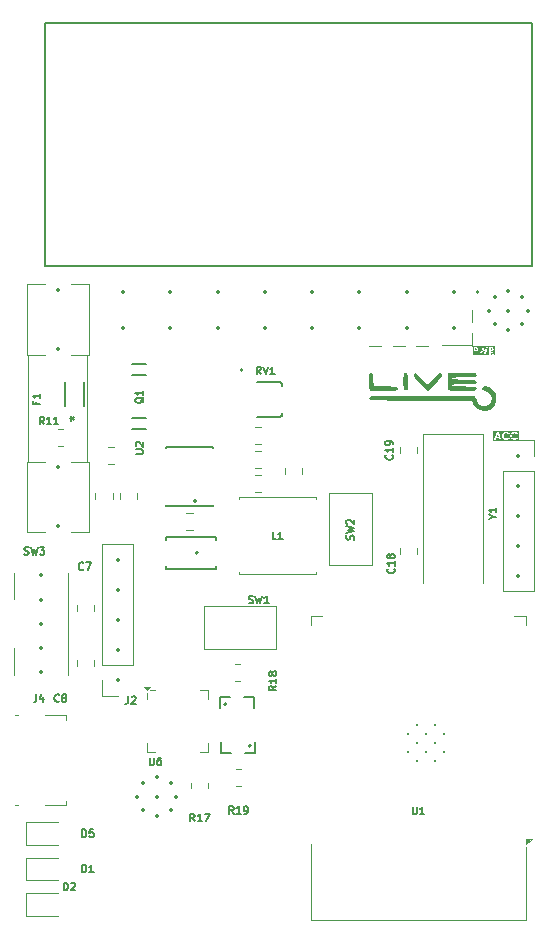
<source format=gto>
%TF.GenerationSoftware,KiCad,Pcbnew,8.0.4*%
%TF.CreationDate,2024-09-21T14:55:01-03:00*%
%TF.ProjectId,DongleALIVEv2.0,446f6e67-6c65-4414-9c49-564576322e30,2.0*%
%TF.SameCoordinates,Original*%
%TF.FileFunction,Legend,Top*%
%TF.FilePolarity,Positive*%
%FSLAX46Y46*%
G04 Gerber Fmt 4.6, Leading zero omitted, Abs format (unit mm)*
G04 Created by KiCad (PCBNEW 8.0.4) date 2024-09-21 14:55:01*
%MOMM*%
%LPD*%
G01*
G04 APERTURE LIST*
%ADD10C,0.128000*%
%ADD11C,0.100000*%
%ADD12C,0.150000*%
%ADD13C,0.120000*%
%ADD14C,0.127000*%
%ADD15C,0.200000*%
%ADD16C,0.152400*%
%ADD17C,0.000000*%
%ADD18C,0.350000*%
%ADD19C,0.300000*%
G04 APERTURE END LIST*
D10*
G36*
X196980057Y-83691091D02*
G01*
X196808110Y-83691091D01*
X196894396Y-83470999D01*
X196980057Y-83691091D01*
G37*
G36*
X198660748Y-84032315D02*
G01*
X196510654Y-84032315D01*
X196510654Y-83951200D01*
X196581765Y-83951200D01*
X196709631Y-83951200D01*
X196762466Y-83811141D01*
X197026170Y-83811141D01*
X197076816Y-83951200D01*
X197204682Y-83951200D01*
X197079836Y-83624969D01*
X197264707Y-83624969D01*
X197266207Y-83661029D01*
X197270706Y-83695428D01*
X197278204Y-83728167D01*
X197288702Y-83759244D01*
X197302198Y-83788661D01*
X197318695Y-83816417D01*
X197338190Y-83842511D01*
X197360685Y-83866945D01*
X197385573Y-83889037D01*
X197412171Y-83908183D01*
X197440479Y-83924384D01*
X197470496Y-83937639D01*
X197502224Y-83947949D01*
X197535660Y-83955313D01*
X197570807Y-83959731D01*
X197607663Y-83961204D01*
X197622834Y-83960967D01*
X197657003Y-83958578D01*
X197689452Y-83953616D01*
X197720181Y-83946080D01*
X197753193Y-83934317D01*
X197781469Y-83920444D01*
X197810493Y-83902487D01*
X197835967Y-83883845D01*
X197861990Y-83862202D01*
X197888562Y-83837558D01*
X197805090Y-83750803D01*
X197788650Y-83766096D01*
X197763251Y-83787325D01*
X197736008Y-83806444D01*
X197707392Y-83821770D01*
X197704609Y-83822963D01*
X197672800Y-83833582D01*
X197641992Y-83839261D01*
X197609383Y-83841153D01*
X197590024Y-83840474D01*
X197556583Y-83835828D01*
X197524947Y-83826779D01*
X197495116Y-83813329D01*
X197485678Y-83807928D01*
X197459821Y-83789516D01*
X197435411Y-83765171D01*
X197415551Y-83736735D01*
X197407446Y-83721102D01*
X197396317Y-83691231D01*
X197389640Y-83659135D01*
X197387425Y-83624969D01*
X197963124Y-83624969D01*
X197964624Y-83661029D01*
X197969123Y-83695428D01*
X197976621Y-83728167D01*
X197987119Y-83759244D01*
X198000616Y-83788661D01*
X198017112Y-83816417D01*
X198036607Y-83842511D01*
X198059102Y-83866945D01*
X198083990Y-83889037D01*
X198110588Y-83908183D01*
X198138896Y-83924384D01*
X198168914Y-83937639D01*
X198200641Y-83947949D01*
X198234078Y-83955313D01*
X198269224Y-83959731D01*
X198306080Y-83961204D01*
X198321251Y-83960967D01*
X198355421Y-83958578D01*
X198387870Y-83953616D01*
X198418598Y-83946080D01*
X198451610Y-83934317D01*
X198479886Y-83920444D01*
X198508911Y-83902487D01*
X198534384Y-83883845D01*
X198560407Y-83862202D01*
X198586979Y-83837558D01*
X198503507Y-83750803D01*
X198487067Y-83766096D01*
X198461668Y-83787325D01*
X198434426Y-83806444D01*
X198405810Y-83821770D01*
X198403026Y-83822963D01*
X198371218Y-83833582D01*
X198340409Y-83839261D01*
X198307800Y-83841153D01*
X198288441Y-83840474D01*
X198255000Y-83835828D01*
X198223364Y-83826779D01*
X198193533Y-83813329D01*
X198184095Y-83807928D01*
X198158238Y-83789516D01*
X198133829Y-83765171D01*
X198113969Y-83736735D01*
X198105863Y-83721102D01*
X198094735Y-83691231D01*
X198088058Y-83659135D01*
X198085832Y-83624813D01*
X198088063Y-83591890D01*
X198094757Y-83561000D01*
X198108206Y-83527531D01*
X198127728Y-83496830D01*
X198149296Y-83472718D01*
X198157362Y-83465241D01*
X198182923Y-83445705D01*
X198210529Y-83430510D01*
X198240179Y-83419656D01*
X198271873Y-83413144D01*
X198305612Y-83410973D01*
X198319262Y-83411326D01*
X198352641Y-83415297D01*
X198384951Y-83423679D01*
X198416193Y-83436473D01*
X198446366Y-83453678D01*
X198475471Y-83475295D01*
X198503507Y-83501324D01*
X198589637Y-83419883D01*
X198575913Y-83404853D01*
X198550356Y-83380688D01*
X198522839Y-83359246D01*
X198493363Y-83340527D01*
X198461927Y-83324531D01*
X198443311Y-83316654D01*
X198410286Y-83305397D01*
X198376692Y-83297356D01*
X198342530Y-83292531D01*
X198307800Y-83290923D01*
X198296086Y-83291100D01*
X198261531Y-83293747D01*
X198227854Y-83299570D01*
X198195057Y-83308570D01*
X198163140Y-83320746D01*
X198132101Y-83336098D01*
X198122069Y-83341840D01*
X198093736Y-83360435D01*
X198068052Y-83381085D01*
X198045017Y-83403790D01*
X198024630Y-83428551D01*
X198006893Y-83455367D01*
X198001593Y-83464712D01*
X197987744Y-83493752D01*
X197976973Y-83524298D01*
X197969279Y-83556349D01*
X197964663Y-83589906D01*
X197963124Y-83624969D01*
X197387425Y-83624969D01*
X197387415Y-83624813D01*
X197389646Y-83591890D01*
X197396339Y-83561000D01*
X197409788Y-83527531D01*
X197429311Y-83496830D01*
X197450879Y-83472718D01*
X197458945Y-83465241D01*
X197484506Y-83445705D01*
X197512112Y-83430510D01*
X197541762Y-83419656D01*
X197573456Y-83413144D01*
X197607194Y-83410973D01*
X197620845Y-83411326D01*
X197654224Y-83415297D01*
X197686534Y-83423679D01*
X197717776Y-83436473D01*
X197747949Y-83453678D01*
X197777053Y-83475295D01*
X197805090Y-83501324D01*
X197891219Y-83419883D01*
X197877495Y-83404853D01*
X197851939Y-83380688D01*
X197824422Y-83359246D01*
X197794946Y-83340527D01*
X197763510Y-83324531D01*
X197744893Y-83316654D01*
X197711868Y-83305397D01*
X197678275Y-83297356D01*
X197644113Y-83292531D01*
X197609383Y-83290923D01*
X197597669Y-83291100D01*
X197563113Y-83293747D01*
X197529437Y-83299570D01*
X197496640Y-83308570D01*
X197464722Y-83320746D01*
X197433684Y-83336098D01*
X197423651Y-83341840D01*
X197395318Y-83360435D01*
X197369634Y-83381085D01*
X197346599Y-83403790D01*
X197326213Y-83428551D01*
X197308475Y-83455367D01*
X197303175Y-83464712D01*
X197289327Y-83493752D01*
X197278556Y-83524298D01*
X197270862Y-83556349D01*
X197266246Y-83589906D01*
X197264707Y-83624969D01*
X197079836Y-83624969D01*
X196955828Y-83300927D01*
X196831088Y-83300927D01*
X196681494Y-83691091D01*
X196581765Y-83951200D01*
X196510654Y-83951200D01*
X196510654Y-83219812D01*
X198660748Y-83219812D01*
X198660748Y-84032315D01*
G37*
G36*
X195014680Y-76221283D02*
G01*
X195045867Y-76224104D01*
X195075997Y-76233483D01*
X195097803Y-76255328D01*
X195105072Y-76287099D01*
X195104820Y-76293545D01*
X195094755Y-76323208D01*
X195092054Y-76326791D01*
X195066305Y-76344623D01*
X195034984Y-76349974D01*
X195002060Y-76351032D01*
X194962981Y-76351032D01*
X194962981Y-76220978D01*
X194997683Y-76220978D01*
X195014680Y-76221283D01*
G37*
G36*
X196316125Y-76220984D02*
G01*
X196348002Y-76222087D01*
X196380762Y-76227699D01*
X196385256Y-76229514D01*
X196410149Y-76249740D01*
X196413346Y-76254660D01*
X196421248Y-76285848D01*
X196418126Y-76309318D01*
X196399051Y-76336026D01*
X196383659Y-76343280D01*
X196351168Y-76349567D01*
X196317923Y-76351032D01*
X196279157Y-76351032D01*
X196279157Y-76220978D01*
X196313077Y-76220978D01*
X196316125Y-76220984D01*
G37*
G36*
X196641796Y-76822311D02*
G01*
X194768850Y-76822311D01*
X194768850Y-76351032D01*
X194839961Y-76351032D01*
X194839961Y-76751200D01*
X194962981Y-76751200D01*
X194962981Y-76471082D01*
X194996214Y-76470731D01*
X195029790Y-76469431D01*
X195061312Y-76466774D01*
X195092723Y-76461078D01*
X195111058Y-76454947D01*
X195140945Y-76440583D01*
X195166826Y-76421941D01*
X195188700Y-76399021D01*
X195200759Y-76381518D01*
X195214170Y-76352275D01*
X195221966Y-76319447D01*
X195224184Y-76287255D01*
X195223946Y-76276036D01*
X195220381Y-76244208D01*
X195211402Y-76212062D01*
X195197141Y-76183306D01*
X195178301Y-76158497D01*
X195153099Y-76136637D01*
X195123204Y-76120467D01*
X195103595Y-76113826D01*
X195070969Y-76107110D01*
X195036346Y-76103236D01*
X195002157Y-76101404D01*
X194970484Y-76100927D01*
X195292650Y-76100927D01*
X195438961Y-76751200D01*
X195555885Y-76751200D01*
X195672809Y-76330867D01*
X195792078Y-76751200D01*
X195910252Y-76751200D01*
X195999809Y-76351032D01*
X196156137Y-76351032D01*
X196156137Y-76751200D01*
X196279157Y-76751200D01*
X196279157Y-76471082D01*
X196290724Y-76471082D01*
X196436254Y-76751200D01*
X196570685Y-76751200D01*
X196417652Y-76457483D01*
X196428927Y-76453198D01*
X196459469Y-76438168D01*
X196487633Y-76417639D01*
X196509722Y-76393081D01*
X196516903Y-76382127D01*
X196530666Y-76351898D01*
X196537936Y-76321221D01*
X196540360Y-76287255D01*
X196540117Y-76276113D01*
X196536469Y-76244383D01*
X196527283Y-76212116D01*
X196512692Y-76182993D01*
X196493644Y-76157900D01*
X196468636Y-76135975D01*
X196439380Y-76119998D01*
X196420152Y-76113517D01*
X196387760Y-76106961D01*
X196353086Y-76103181D01*
X196318663Y-76101393D01*
X196286660Y-76100927D01*
X196156137Y-76100927D01*
X196156137Y-76351032D01*
X195999809Y-76351032D01*
X196055782Y-76100927D01*
X195934481Y-76100927D01*
X195842099Y-76515945D01*
X195725175Y-76100927D01*
X195622788Y-76100927D01*
X195507115Y-76515945D01*
X195413951Y-76100927D01*
X195292650Y-76100927D01*
X194970484Y-76100927D01*
X194839961Y-76100927D01*
X194839961Y-76351032D01*
X194768850Y-76351032D01*
X194768850Y-76029816D01*
X196641796Y-76029816D01*
X196641796Y-76822311D01*
G37*
D11*
X194690000Y-75960000D02*
X194794023Y-76064023D01*
X194690000Y-75960000D02*
X192160000Y-75960000D01*
X194690000Y-75960000D02*
X194690000Y-74960000D01*
X187000000Y-76000000D02*
X186000000Y-76000000D01*
X194690000Y-74000000D02*
X194690000Y-73000000D01*
X189000000Y-76000000D02*
X188000000Y-76000000D01*
X191000000Y-76000000D02*
X190000000Y-76000000D01*
D12*
X161793333Y-94917323D02*
X161762857Y-94947800D01*
X161762857Y-94947800D02*
X161671428Y-94978276D01*
X161671428Y-94978276D02*
X161610476Y-94978276D01*
X161610476Y-94978276D02*
X161519047Y-94947800D01*
X161519047Y-94947800D02*
X161458095Y-94886847D01*
X161458095Y-94886847D02*
X161427618Y-94825895D01*
X161427618Y-94825895D02*
X161397142Y-94703990D01*
X161397142Y-94703990D02*
X161397142Y-94612561D01*
X161397142Y-94612561D02*
X161427618Y-94490657D01*
X161427618Y-94490657D02*
X161458095Y-94429704D01*
X161458095Y-94429704D02*
X161519047Y-94368752D01*
X161519047Y-94368752D02*
X161610476Y-94338276D01*
X161610476Y-94338276D02*
X161671428Y-94338276D01*
X161671428Y-94338276D02*
X161762857Y-94368752D01*
X161762857Y-94368752D02*
X161793333Y-94399228D01*
X162006666Y-94338276D02*
X162433333Y-94338276D01*
X162433333Y-94338276D02*
X162159047Y-94978276D01*
X176829048Y-78418276D02*
X176615714Y-78113514D01*
X176463333Y-78418276D02*
X176463333Y-77778276D01*
X176463333Y-77778276D02*
X176707143Y-77778276D01*
X176707143Y-77778276D02*
X176768095Y-77808752D01*
X176768095Y-77808752D02*
X176798572Y-77839228D01*
X176798572Y-77839228D02*
X176829048Y-77900180D01*
X176829048Y-77900180D02*
X176829048Y-77991609D01*
X176829048Y-77991609D02*
X176798572Y-78052561D01*
X176798572Y-78052561D02*
X176768095Y-78083038D01*
X176768095Y-78083038D02*
X176707143Y-78113514D01*
X176707143Y-78113514D02*
X176463333Y-78113514D01*
X177011905Y-77778276D02*
X177225238Y-78418276D01*
X177225238Y-78418276D02*
X177438572Y-77778276D01*
X177987143Y-78418276D02*
X177621428Y-78418276D01*
X177804285Y-78418276D02*
X177804285Y-77778276D01*
X177804285Y-77778276D02*
X177743333Y-77869704D01*
X177743333Y-77869704D02*
X177682381Y-77930657D01*
X177682381Y-77930657D02*
X177621428Y-77961133D01*
X188107323Y-94861428D02*
X188137800Y-94891904D01*
X188137800Y-94891904D02*
X188168276Y-94983333D01*
X188168276Y-94983333D02*
X188168276Y-95044285D01*
X188168276Y-95044285D02*
X188137800Y-95135714D01*
X188137800Y-95135714D02*
X188076847Y-95196666D01*
X188076847Y-95196666D02*
X188015895Y-95227143D01*
X188015895Y-95227143D02*
X187893990Y-95257619D01*
X187893990Y-95257619D02*
X187802561Y-95257619D01*
X187802561Y-95257619D02*
X187680657Y-95227143D01*
X187680657Y-95227143D02*
X187619704Y-95196666D01*
X187619704Y-95196666D02*
X187558752Y-95135714D01*
X187558752Y-95135714D02*
X187528276Y-95044285D01*
X187528276Y-95044285D02*
X187528276Y-94983333D01*
X187528276Y-94983333D02*
X187558752Y-94891904D01*
X187558752Y-94891904D02*
X187589228Y-94861428D01*
X188168276Y-94251904D02*
X188168276Y-94617619D01*
X188168276Y-94434762D02*
X187528276Y-94434762D01*
X187528276Y-94434762D02*
X187619704Y-94495714D01*
X187619704Y-94495714D02*
X187680657Y-94556666D01*
X187680657Y-94556666D02*
X187711133Y-94617619D01*
X187802561Y-93886190D02*
X187772085Y-93947142D01*
X187772085Y-93947142D02*
X187741609Y-93977619D01*
X187741609Y-93977619D02*
X187680657Y-94008095D01*
X187680657Y-94008095D02*
X187650180Y-94008095D01*
X187650180Y-94008095D02*
X187589228Y-93977619D01*
X187589228Y-93977619D02*
X187558752Y-93947142D01*
X187558752Y-93947142D02*
X187528276Y-93886190D01*
X187528276Y-93886190D02*
X187528276Y-93764285D01*
X187528276Y-93764285D02*
X187558752Y-93703333D01*
X187558752Y-93703333D02*
X187589228Y-93672857D01*
X187589228Y-93672857D02*
X187650180Y-93642380D01*
X187650180Y-93642380D02*
X187680657Y-93642380D01*
X187680657Y-93642380D02*
X187741609Y-93672857D01*
X187741609Y-93672857D02*
X187772085Y-93703333D01*
X187772085Y-93703333D02*
X187802561Y-93764285D01*
X187802561Y-93764285D02*
X187802561Y-93886190D01*
X187802561Y-93886190D02*
X187833038Y-93947142D01*
X187833038Y-93947142D02*
X187863514Y-93977619D01*
X187863514Y-93977619D02*
X187924466Y-94008095D01*
X187924466Y-94008095D02*
X188046371Y-94008095D01*
X188046371Y-94008095D02*
X188107323Y-93977619D01*
X188107323Y-93977619D02*
X188137800Y-93947142D01*
X188137800Y-93947142D02*
X188168276Y-93886190D01*
X188168276Y-93886190D02*
X188168276Y-93764285D01*
X188168276Y-93764285D02*
X188137800Y-93703333D01*
X188137800Y-93703333D02*
X188107323Y-93672857D01*
X188107323Y-93672857D02*
X188046371Y-93642380D01*
X188046371Y-93642380D02*
X187924466Y-93642380D01*
X187924466Y-93642380D02*
X187863514Y-93672857D01*
X187863514Y-93672857D02*
X187833038Y-93703333D01*
X187833038Y-93703333D02*
X187802561Y-93764285D01*
X165606667Y-105678276D02*
X165606667Y-106135419D01*
X165606667Y-106135419D02*
X165576190Y-106226847D01*
X165576190Y-106226847D02*
X165515238Y-106287800D01*
X165515238Y-106287800D02*
X165423809Y-106318276D01*
X165423809Y-106318276D02*
X165362857Y-106318276D01*
X165880952Y-105739228D02*
X165911428Y-105708752D01*
X165911428Y-105708752D02*
X165972381Y-105678276D01*
X165972381Y-105678276D02*
X166124762Y-105678276D01*
X166124762Y-105678276D02*
X166185714Y-105708752D01*
X166185714Y-105708752D02*
X166216190Y-105739228D01*
X166216190Y-105739228D02*
X166246667Y-105800180D01*
X166246667Y-105800180D02*
X166246667Y-105861133D01*
X166246667Y-105861133D02*
X166216190Y-105952561D01*
X166216190Y-105952561D02*
X165850476Y-106318276D01*
X165850476Y-106318276D02*
X166246667Y-106318276D01*
X175796666Y-97767800D02*
X175888095Y-97798276D01*
X175888095Y-97798276D02*
X176040476Y-97798276D01*
X176040476Y-97798276D02*
X176101428Y-97767800D01*
X176101428Y-97767800D02*
X176131904Y-97737323D01*
X176131904Y-97737323D02*
X176162381Y-97676371D01*
X176162381Y-97676371D02*
X176162381Y-97615419D01*
X176162381Y-97615419D02*
X176131904Y-97554466D01*
X176131904Y-97554466D02*
X176101428Y-97523990D01*
X176101428Y-97523990D02*
X176040476Y-97493514D01*
X176040476Y-97493514D02*
X175918571Y-97463038D01*
X175918571Y-97463038D02*
X175857619Y-97432561D01*
X175857619Y-97432561D02*
X175827142Y-97402085D01*
X175827142Y-97402085D02*
X175796666Y-97341133D01*
X175796666Y-97341133D02*
X175796666Y-97280180D01*
X175796666Y-97280180D02*
X175827142Y-97219228D01*
X175827142Y-97219228D02*
X175857619Y-97188752D01*
X175857619Y-97188752D02*
X175918571Y-97158276D01*
X175918571Y-97158276D02*
X176070952Y-97158276D01*
X176070952Y-97158276D02*
X176162381Y-97188752D01*
X176375714Y-97158276D02*
X176528095Y-97798276D01*
X176528095Y-97798276D02*
X176650000Y-97341133D01*
X176650000Y-97341133D02*
X176771905Y-97798276D01*
X176771905Y-97798276D02*
X176924286Y-97158276D01*
X177503334Y-97798276D02*
X177137619Y-97798276D01*
X177320476Y-97798276D02*
X177320476Y-97158276D01*
X177320476Y-97158276D02*
X177259524Y-97249704D01*
X177259524Y-97249704D02*
X177198572Y-97310657D01*
X177198572Y-97310657D02*
X177137619Y-97341133D01*
X187957323Y-85251428D02*
X187987800Y-85281904D01*
X187987800Y-85281904D02*
X188018276Y-85373333D01*
X188018276Y-85373333D02*
X188018276Y-85434285D01*
X188018276Y-85434285D02*
X187987800Y-85525714D01*
X187987800Y-85525714D02*
X187926847Y-85586666D01*
X187926847Y-85586666D02*
X187865895Y-85617143D01*
X187865895Y-85617143D02*
X187743990Y-85647619D01*
X187743990Y-85647619D02*
X187652561Y-85647619D01*
X187652561Y-85647619D02*
X187530657Y-85617143D01*
X187530657Y-85617143D02*
X187469704Y-85586666D01*
X187469704Y-85586666D02*
X187408752Y-85525714D01*
X187408752Y-85525714D02*
X187378276Y-85434285D01*
X187378276Y-85434285D02*
X187378276Y-85373333D01*
X187378276Y-85373333D02*
X187408752Y-85281904D01*
X187408752Y-85281904D02*
X187439228Y-85251428D01*
X188018276Y-84641904D02*
X188018276Y-85007619D01*
X188018276Y-84824762D02*
X187378276Y-84824762D01*
X187378276Y-84824762D02*
X187469704Y-84885714D01*
X187469704Y-84885714D02*
X187530657Y-84946666D01*
X187530657Y-84946666D02*
X187561133Y-85007619D01*
X188018276Y-84337142D02*
X188018276Y-84215238D01*
X188018276Y-84215238D02*
X187987800Y-84154285D01*
X187987800Y-84154285D02*
X187957323Y-84123809D01*
X187957323Y-84123809D02*
X187865895Y-84062857D01*
X187865895Y-84062857D02*
X187743990Y-84032380D01*
X187743990Y-84032380D02*
X187500180Y-84032380D01*
X187500180Y-84032380D02*
X187439228Y-84062857D01*
X187439228Y-84062857D02*
X187408752Y-84093333D01*
X187408752Y-84093333D02*
X187378276Y-84154285D01*
X187378276Y-84154285D02*
X187378276Y-84276190D01*
X187378276Y-84276190D02*
X187408752Y-84337142D01*
X187408752Y-84337142D02*
X187439228Y-84367619D01*
X187439228Y-84367619D02*
X187500180Y-84398095D01*
X187500180Y-84398095D02*
X187652561Y-84398095D01*
X187652561Y-84398095D02*
X187713514Y-84367619D01*
X187713514Y-84367619D02*
X187743990Y-84337142D01*
X187743990Y-84337142D02*
X187774466Y-84276190D01*
X187774466Y-84276190D02*
X187774466Y-84154285D01*
X187774466Y-84154285D02*
X187743990Y-84093333D01*
X187743990Y-84093333D02*
X187713514Y-84062857D01*
X187713514Y-84062857D02*
X187652561Y-84032380D01*
X178123333Y-92388276D02*
X177818571Y-92388276D01*
X177818571Y-92388276D02*
X177818571Y-91748276D01*
X178671905Y-92388276D02*
X178306190Y-92388276D01*
X178489047Y-92388276D02*
X178489047Y-91748276D01*
X178489047Y-91748276D02*
X178428095Y-91839704D01*
X178428095Y-91839704D02*
X178367143Y-91900657D01*
X178367143Y-91900657D02*
X178306190Y-91931133D01*
X166218276Y-85147619D02*
X166736371Y-85147619D01*
X166736371Y-85147619D02*
X166797323Y-85117142D01*
X166797323Y-85117142D02*
X166827800Y-85086666D01*
X166827800Y-85086666D02*
X166858276Y-85025714D01*
X166858276Y-85025714D02*
X166858276Y-84903809D01*
X166858276Y-84903809D02*
X166827800Y-84842857D01*
X166827800Y-84842857D02*
X166797323Y-84812380D01*
X166797323Y-84812380D02*
X166736371Y-84781904D01*
X166736371Y-84781904D02*
X166218276Y-84781904D01*
X166279228Y-84507619D02*
X166248752Y-84477143D01*
X166248752Y-84477143D02*
X166218276Y-84416190D01*
X166218276Y-84416190D02*
X166218276Y-84263809D01*
X166218276Y-84263809D02*
X166248752Y-84202857D01*
X166248752Y-84202857D02*
X166279228Y-84172381D01*
X166279228Y-84172381D02*
X166340180Y-84141904D01*
X166340180Y-84141904D02*
X166401133Y-84141904D01*
X166401133Y-84141904D02*
X166492561Y-84172381D01*
X166492561Y-84172381D02*
X166858276Y-84538095D01*
X166858276Y-84538095D02*
X166858276Y-84141904D01*
X171238571Y-116268276D02*
X171025237Y-115963514D01*
X170872856Y-116268276D02*
X170872856Y-115628276D01*
X170872856Y-115628276D02*
X171116666Y-115628276D01*
X171116666Y-115628276D02*
X171177618Y-115658752D01*
X171177618Y-115658752D02*
X171208095Y-115689228D01*
X171208095Y-115689228D02*
X171238571Y-115750180D01*
X171238571Y-115750180D02*
X171238571Y-115841609D01*
X171238571Y-115841609D02*
X171208095Y-115902561D01*
X171208095Y-115902561D02*
X171177618Y-115933038D01*
X171177618Y-115933038D02*
X171116666Y-115963514D01*
X171116666Y-115963514D02*
X170872856Y-115963514D01*
X171848095Y-116268276D02*
X171482380Y-116268276D01*
X171665237Y-116268276D02*
X171665237Y-115628276D01*
X171665237Y-115628276D02*
X171604285Y-115719704D01*
X171604285Y-115719704D02*
X171543333Y-115780657D01*
X171543333Y-115780657D02*
X171482380Y-115811133D01*
X172061428Y-115628276D02*
X172488095Y-115628276D01*
X172488095Y-115628276D02*
X172213809Y-116268276D01*
X157826667Y-105518276D02*
X157826667Y-105975419D01*
X157826667Y-105975419D02*
X157796190Y-106066847D01*
X157796190Y-106066847D02*
X157735238Y-106127800D01*
X157735238Y-106127800D02*
X157643809Y-106158276D01*
X157643809Y-106158276D02*
X157582857Y-106158276D01*
X158405714Y-105731609D02*
X158405714Y-106158276D01*
X158253333Y-105487800D02*
X158100952Y-105944942D01*
X158100952Y-105944942D02*
X158497143Y-105944942D01*
X184677800Y-92423333D02*
X184708276Y-92331904D01*
X184708276Y-92331904D02*
X184708276Y-92179523D01*
X184708276Y-92179523D02*
X184677800Y-92118571D01*
X184677800Y-92118571D02*
X184647323Y-92088095D01*
X184647323Y-92088095D02*
X184586371Y-92057618D01*
X184586371Y-92057618D02*
X184525419Y-92057618D01*
X184525419Y-92057618D02*
X184464466Y-92088095D01*
X184464466Y-92088095D02*
X184433990Y-92118571D01*
X184433990Y-92118571D02*
X184403514Y-92179523D01*
X184403514Y-92179523D02*
X184373038Y-92301428D01*
X184373038Y-92301428D02*
X184342561Y-92362380D01*
X184342561Y-92362380D02*
X184312085Y-92392857D01*
X184312085Y-92392857D02*
X184251133Y-92423333D01*
X184251133Y-92423333D02*
X184190180Y-92423333D01*
X184190180Y-92423333D02*
X184129228Y-92392857D01*
X184129228Y-92392857D02*
X184098752Y-92362380D01*
X184098752Y-92362380D02*
X184068276Y-92301428D01*
X184068276Y-92301428D02*
X184068276Y-92149047D01*
X184068276Y-92149047D02*
X184098752Y-92057618D01*
X184068276Y-91844285D02*
X184708276Y-91691904D01*
X184708276Y-91691904D02*
X184251133Y-91569999D01*
X184251133Y-91569999D02*
X184708276Y-91448094D01*
X184708276Y-91448094D02*
X184068276Y-91295714D01*
X184129228Y-91082380D02*
X184098752Y-91051904D01*
X184098752Y-91051904D02*
X184068276Y-90990951D01*
X184068276Y-90990951D02*
X184068276Y-90838570D01*
X184068276Y-90838570D02*
X184098752Y-90777618D01*
X184098752Y-90777618D02*
X184129228Y-90747142D01*
X184129228Y-90747142D02*
X184190180Y-90716665D01*
X184190180Y-90716665D02*
X184251133Y-90716665D01*
X184251133Y-90716665D02*
X184342561Y-90747142D01*
X184342561Y-90747142D02*
X184708276Y-91112856D01*
X184708276Y-91112856D02*
X184708276Y-90716665D01*
X160652295Y-82142800D02*
X160842771Y-82142800D01*
X160766580Y-82333276D02*
X160842771Y-82142800D01*
X160842771Y-82142800D02*
X160766580Y-81952323D01*
X160995152Y-82257085D02*
X160842771Y-82142800D01*
X160842771Y-82142800D02*
X160995152Y-82028514D01*
X156796666Y-93647800D02*
X156888095Y-93678276D01*
X156888095Y-93678276D02*
X157040476Y-93678276D01*
X157040476Y-93678276D02*
X157101428Y-93647800D01*
X157101428Y-93647800D02*
X157131904Y-93617323D01*
X157131904Y-93617323D02*
X157162381Y-93556371D01*
X157162381Y-93556371D02*
X157162381Y-93495419D01*
X157162381Y-93495419D02*
X157131904Y-93434466D01*
X157131904Y-93434466D02*
X157101428Y-93403990D01*
X157101428Y-93403990D02*
X157040476Y-93373514D01*
X157040476Y-93373514D02*
X156918571Y-93343038D01*
X156918571Y-93343038D02*
X156857619Y-93312561D01*
X156857619Y-93312561D02*
X156827142Y-93282085D01*
X156827142Y-93282085D02*
X156796666Y-93221133D01*
X156796666Y-93221133D02*
X156796666Y-93160180D01*
X156796666Y-93160180D02*
X156827142Y-93099228D01*
X156827142Y-93099228D02*
X156857619Y-93068752D01*
X156857619Y-93068752D02*
X156918571Y-93038276D01*
X156918571Y-93038276D02*
X157070952Y-93038276D01*
X157070952Y-93038276D02*
X157162381Y-93068752D01*
X157375714Y-93038276D02*
X157528095Y-93678276D01*
X157528095Y-93678276D02*
X157650000Y-93221133D01*
X157650000Y-93221133D02*
X157771905Y-93678276D01*
X157771905Y-93678276D02*
X157924286Y-93038276D01*
X158107143Y-93038276D02*
X158503334Y-93038276D01*
X158503334Y-93038276D02*
X158290000Y-93282085D01*
X158290000Y-93282085D02*
X158381429Y-93282085D01*
X158381429Y-93282085D02*
X158442381Y-93312561D01*
X158442381Y-93312561D02*
X158472857Y-93343038D01*
X158472857Y-93343038D02*
X158503334Y-93403990D01*
X158503334Y-93403990D02*
X158503334Y-93556371D01*
X158503334Y-93556371D02*
X158472857Y-93617323D01*
X158472857Y-93617323D02*
X158442381Y-93647800D01*
X158442381Y-93647800D02*
X158381429Y-93678276D01*
X158381429Y-93678276D02*
X158198572Y-93678276D01*
X158198572Y-93678276D02*
X158137619Y-93647800D01*
X158137619Y-93647800D02*
X158107143Y-93617323D01*
X178148276Y-104791428D02*
X177843514Y-105004762D01*
X178148276Y-105157143D02*
X177508276Y-105157143D01*
X177508276Y-105157143D02*
X177508276Y-104913333D01*
X177508276Y-104913333D02*
X177538752Y-104852381D01*
X177538752Y-104852381D02*
X177569228Y-104821904D01*
X177569228Y-104821904D02*
X177630180Y-104791428D01*
X177630180Y-104791428D02*
X177721609Y-104791428D01*
X177721609Y-104791428D02*
X177782561Y-104821904D01*
X177782561Y-104821904D02*
X177813038Y-104852381D01*
X177813038Y-104852381D02*
X177843514Y-104913333D01*
X177843514Y-104913333D02*
X177843514Y-105157143D01*
X178148276Y-104181904D02*
X178148276Y-104547619D01*
X178148276Y-104364762D02*
X177508276Y-104364762D01*
X177508276Y-104364762D02*
X177599704Y-104425714D01*
X177599704Y-104425714D02*
X177660657Y-104486666D01*
X177660657Y-104486666D02*
X177691133Y-104547619D01*
X177782561Y-103816190D02*
X177752085Y-103877142D01*
X177752085Y-103877142D02*
X177721609Y-103907619D01*
X177721609Y-103907619D02*
X177660657Y-103938095D01*
X177660657Y-103938095D02*
X177630180Y-103938095D01*
X177630180Y-103938095D02*
X177569228Y-103907619D01*
X177569228Y-103907619D02*
X177538752Y-103877142D01*
X177538752Y-103877142D02*
X177508276Y-103816190D01*
X177508276Y-103816190D02*
X177508276Y-103694285D01*
X177508276Y-103694285D02*
X177538752Y-103633333D01*
X177538752Y-103633333D02*
X177569228Y-103602857D01*
X177569228Y-103602857D02*
X177630180Y-103572380D01*
X177630180Y-103572380D02*
X177660657Y-103572380D01*
X177660657Y-103572380D02*
X177721609Y-103602857D01*
X177721609Y-103602857D02*
X177752085Y-103633333D01*
X177752085Y-103633333D02*
X177782561Y-103694285D01*
X177782561Y-103694285D02*
X177782561Y-103816190D01*
X177782561Y-103816190D02*
X177813038Y-103877142D01*
X177813038Y-103877142D02*
X177843514Y-103907619D01*
X177843514Y-103907619D02*
X177904466Y-103938095D01*
X177904466Y-103938095D02*
X178026371Y-103938095D01*
X178026371Y-103938095D02*
X178087323Y-103907619D01*
X178087323Y-103907619D02*
X178117800Y-103877142D01*
X178117800Y-103877142D02*
X178148276Y-103816190D01*
X178148276Y-103816190D02*
X178148276Y-103694285D01*
X178148276Y-103694285D02*
X178117800Y-103633333D01*
X178117800Y-103633333D02*
X178087323Y-103602857D01*
X178087323Y-103602857D02*
X178026371Y-103572380D01*
X178026371Y-103572380D02*
X177904466Y-103572380D01*
X177904466Y-103572380D02*
X177843514Y-103602857D01*
X177843514Y-103602857D02*
X177813038Y-103633333D01*
X177813038Y-103633333D02*
X177782561Y-103694285D01*
X161687618Y-120588276D02*
X161687618Y-119948276D01*
X161687618Y-119948276D02*
X161839999Y-119948276D01*
X161839999Y-119948276D02*
X161931428Y-119978752D01*
X161931428Y-119978752D02*
X161992380Y-120039704D01*
X161992380Y-120039704D02*
X162022857Y-120100657D01*
X162022857Y-120100657D02*
X162053333Y-120222561D01*
X162053333Y-120222561D02*
X162053333Y-120313990D01*
X162053333Y-120313990D02*
X162022857Y-120435895D01*
X162022857Y-120435895D02*
X161992380Y-120496847D01*
X161992380Y-120496847D02*
X161931428Y-120557800D01*
X161931428Y-120557800D02*
X161839999Y-120588276D01*
X161839999Y-120588276D02*
X161687618Y-120588276D01*
X162662857Y-120588276D02*
X162297142Y-120588276D01*
X162479999Y-120588276D02*
X162479999Y-119948276D01*
X162479999Y-119948276D02*
X162419047Y-120039704D01*
X162419047Y-120039704D02*
X162358095Y-120100657D01*
X162358095Y-120100657D02*
X162297142Y-120131133D01*
X159753333Y-106087323D02*
X159722857Y-106117800D01*
X159722857Y-106117800D02*
X159631428Y-106148276D01*
X159631428Y-106148276D02*
X159570476Y-106148276D01*
X159570476Y-106148276D02*
X159479047Y-106117800D01*
X159479047Y-106117800D02*
X159418095Y-106056847D01*
X159418095Y-106056847D02*
X159387618Y-105995895D01*
X159387618Y-105995895D02*
X159357142Y-105873990D01*
X159357142Y-105873990D02*
X159357142Y-105782561D01*
X159357142Y-105782561D02*
X159387618Y-105660657D01*
X159387618Y-105660657D02*
X159418095Y-105599704D01*
X159418095Y-105599704D02*
X159479047Y-105538752D01*
X159479047Y-105538752D02*
X159570476Y-105508276D01*
X159570476Y-105508276D02*
X159631428Y-105508276D01*
X159631428Y-105508276D02*
X159722857Y-105538752D01*
X159722857Y-105538752D02*
X159753333Y-105569228D01*
X160119047Y-105782561D02*
X160058095Y-105752085D01*
X160058095Y-105752085D02*
X160027618Y-105721609D01*
X160027618Y-105721609D02*
X159997142Y-105660657D01*
X159997142Y-105660657D02*
X159997142Y-105630180D01*
X159997142Y-105630180D02*
X160027618Y-105569228D01*
X160027618Y-105569228D02*
X160058095Y-105538752D01*
X160058095Y-105538752D02*
X160119047Y-105508276D01*
X160119047Y-105508276D02*
X160240952Y-105508276D01*
X160240952Y-105508276D02*
X160301904Y-105538752D01*
X160301904Y-105538752D02*
X160332380Y-105569228D01*
X160332380Y-105569228D02*
X160362857Y-105630180D01*
X160362857Y-105630180D02*
X160362857Y-105660657D01*
X160362857Y-105660657D02*
X160332380Y-105721609D01*
X160332380Y-105721609D02*
X160301904Y-105752085D01*
X160301904Y-105752085D02*
X160240952Y-105782561D01*
X160240952Y-105782561D02*
X160119047Y-105782561D01*
X160119047Y-105782561D02*
X160058095Y-105813038D01*
X160058095Y-105813038D02*
X160027618Y-105843514D01*
X160027618Y-105843514D02*
X159997142Y-105904466D01*
X159997142Y-105904466D02*
X159997142Y-106026371D01*
X159997142Y-106026371D02*
X160027618Y-106087323D01*
X160027618Y-106087323D02*
X160058095Y-106117800D01*
X160058095Y-106117800D02*
X160119047Y-106148276D01*
X160119047Y-106148276D02*
X160240952Y-106148276D01*
X160240952Y-106148276D02*
X160301904Y-106117800D01*
X160301904Y-106117800D02*
X160332380Y-106087323D01*
X160332380Y-106087323D02*
X160362857Y-106026371D01*
X160362857Y-106026371D02*
X160362857Y-105904466D01*
X160362857Y-105904466D02*
X160332380Y-105843514D01*
X160332380Y-105843514D02*
X160301904Y-105813038D01*
X160301904Y-105813038D02*
X160240952Y-105782561D01*
X158468571Y-82638276D02*
X158255237Y-82333514D01*
X158102856Y-82638276D02*
X158102856Y-81998276D01*
X158102856Y-81998276D02*
X158346666Y-81998276D01*
X158346666Y-81998276D02*
X158407618Y-82028752D01*
X158407618Y-82028752D02*
X158438095Y-82059228D01*
X158438095Y-82059228D02*
X158468571Y-82120180D01*
X158468571Y-82120180D02*
X158468571Y-82211609D01*
X158468571Y-82211609D02*
X158438095Y-82272561D01*
X158438095Y-82272561D02*
X158407618Y-82303038D01*
X158407618Y-82303038D02*
X158346666Y-82333514D01*
X158346666Y-82333514D02*
X158102856Y-82333514D01*
X159078095Y-82638276D02*
X158712380Y-82638276D01*
X158895237Y-82638276D02*
X158895237Y-81998276D01*
X158895237Y-81998276D02*
X158834285Y-82089704D01*
X158834285Y-82089704D02*
X158773333Y-82150657D01*
X158773333Y-82150657D02*
X158712380Y-82181133D01*
X159687619Y-82638276D02*
X159321904Y-82638276D01*
X159504761Y-82638276D02*
X159504761Y-81998276D01*
X159504761Y-81998276D02*
X159443809Y-82089704D01*
X159443809Y-82089704D02*
X159382857Y-82150657D01*
X159382857Y-82150657D02*
X159321904Y-82181133D01*
X189672380Y-115018276D02*
X189672380Y-115536371D01*
X189672380Y-115536371D02*
X189702857Y-115597323D01*
X189702857Y-115597323D02*
X189733333Y-115627800D01*
X189733333Y-115627800D02*
X189794285Y-115658276D01*
X189794285Y-115658276D02*
X189916190Y-115658276D01*
X189916190Y-115658276D02*
X189977142Y-115627800D01*
X189977142Y-115627800D02*
X190007619Y-115597323D01*
X190007619Y-115597323D02*
X190038095Y-115536371D01*
X190038095Y-115536371D02*
X190038095Y-115018276D01*
X190678095Y-115658276D02*
X190312380Y-115658276D01*
X190495237Y-115658276D02*
X190495237Y-115018276D01*
X190495237Y-115018276D02*
X190434285Y-115109704D01*
X190434285Y-115109704D02*
X190373333Y-115170657D01*
X190373333Y-115170657D02*
X190312380Y-115201133D01*
X196463514Y-90484761D02*
X196768276Y-90484761D01*
X196128276Y-90698094D02*
X196463514Y-90484761D01*
X196463514Y-90484761D02*
X196128276Y-90271427D01*
X196768276Y-89722856D02*
X196768276Y-90088571D01*
X196768276Y-89905714D02*
X196128276Y-89905714D01*
X196128276Y-89905714D02*
X196219704Y-89966666D01*
X196219704Y-89966666D02*
X196280657Y-90027618D01*
X196280657Y-90027618D02*
X196311133Y-90088571D01*
X161687618Y-117588276D02*
X161687618Y-116948276D01*
X161687618Y-116948276D02*
X161839999Y-116948276D01*
X161839999Y-116948276D02*
X161931428Y-116978752D01*
X161931428Y-116978752D02*
X161992380Y-117039704D01*
X161992380Y-117039704D02*
X162022857Y-117100657D01*
X162022857Y-117100657D02*
X162053333Y-117222561D01*
X162053333Y-117222561D02*
X162053333Y-117313990D01*
X162053333Y-117313990D02*
X162022857Y-117435895D01*
X162022857Y-117435895D02*
X161992380Y-117496847D01*
X161992380Y-117496847D02*
X161931428Y-117557800D01*
X161931428Y-117557800D02*
X161839999Y-117588276D01*
X161839999Y-117588276D02*
X161687618Y-117588276D01*
X162632380Y-116948276D02*
X162327618Y-116948276D01*
X162327618Y-116948276D02*
X162297142Y-117253038D01*
X162297142Y-117253038D02*
X162327618Y-117222561D01*
X162327618Y-117222561D02*
X162388571Y-117192085D01*
X162388571Y-117192085D02*
X162540952Y-117192085D01*
X162540952Y-117192085D02*
X162601904Y-117222561D01*
X162601904Y-117222561D02*
X162632380Y-117253038D01*
X162632380Y-117253038D02*
X162662857Y-117313990D01*
X162662857Y-117313990D02*
X162662857Y-117466371D01*
X162662857Y-117466371D02*
X162632380Y-117527323D01*
X162632380Y-117527323D02*
X162601904Y-117557800D01*
X162601904Y-117557800D02*
X162540952Y-117588276D01*
X162540952Y-117588276D02*
X162388571Y-117588276D01*
X162388571Y-117588276D02*
X162327618Y-117557800D01*
X162327618Y-117557800D02*
X162297142Y-117527323D01*
X166909228Y-80370952D02*
X166878752Y-80431904D01*
X166878752Y-80431904D02*
X166817800Y-80492857D01*
X166817800Y-80492857D02*
X166726371Y-80584285D01*
X166726371Y-80584285D02*
X166695895Y-80645238D01*
X166695895Y-80645238D02*
X166695895Y-80706190D01*
X166848276Y-80675714D02*
X166817800Y-80736666D01*
X166817800Y-80736666D02*
X166756847Y-80797619D01*
X166756847Y-80797619D02*
X166634942Y-80828095D01*
X166634942Y-80828095D02*
X166421609Y-80828095D01*
X166421609Y-80828095D02*
X166299704Y-80797619D01*
X166299704Y-80797619D02*
X166238752Y-80736666D01*
X166238752Y-80736666D02*
X166208276Y-80675714D01*
X166208276Y-80675714D02*
X166208276Y-80553809D01*
X166208276Y-80553809D02*
X166238752Y-80492857D01*
X166238752Y-80492857D02*
X166299704Y-80431904D01*
X166299704Y-80431904D02*
X166421609Y-80401428D01*
X166421609Y-80401428D02*
X166634942Y-80401428D01*
X166634942Y-80401428D02*
X166756847Y-80431904D01*
X166756847Y-80431904D02*
X166817800Y-80492857D01*
X166817800Y-80492857D02*
X166848276Y-80553809D01*
X166848276Y-80553809D02*
X166848276Y-80675714D01*
X166848276Y-79791904D02*
X166848276Y-80157619D01*
X166848276Y-79974762D02*
X166208276Y-79974762D01*
X166208276Y-79974762D02*
X166299704Y-80035714D01*
X166299704Y-80035714D02*
X166360657Y-80096666D01*
X166360657Y-80096666D02*
X166391133Y-80157619D01*
X167412380Y-110868276D02*
X167412380Y-111386371D01*
X167412380Y-111386371D02*
X167442857Y-111447323D01*
X167442857Y-111447323D02*
X167473333Y-111477800D01*
X167473333Y-111477800D02*
X167534285Y-111508276D01*
X167534285Y-111508276D02*
X167656190Y-111508276D01*
X167656190Y-111508276D02*
X167717142Y-111477800D01*
X167717142Y-111477800D02*
X167747619Y-111447323D01*
X167747619Y-111447323D02*
X167778095Y-111386371D01*
X167778095Y-111386371D02*
X167778095Y-110868276D01*
X168357142Y-110868276D02*
X168235237Y-110868276D01*
X168235237Y-110868276D02*
X168174285Y-110898752D01*
X168174285Y-110898752D02*
X168143809Y-110929228D01*
X168143809Y-110929228D02*
X168082856Y-111020657D01*
X168082856Y-111020657D02*
X168052380Y-111142561D01*
X168052380Y-111142561D02*
X168052380Y-111386371D01*
X168052380Y-111386371D02*
X168082856Y-111447323D01*
X168082856Y-111447323D02*
X168113333Y-111477800D01*
X168113333Y-111477800D02*
X168174285Y-111508276D01*
X168174285Y-111508276D02*
X168296190Y-111508276D01*
X168296190Y-111508276D02*
X168357142Y-111477800D01*
X168357142Y-111477800D02*
X168387618Y-111447323D01*
X168387618Y-111447323D02*
X168418095Y-111386371D01*
X168418095Y-111386371D02*
X168418095Y-111233990D01*
X168418095Y-111233990D02*
X168387618Y-111173038D01*
X168387618Y-111173038D02*
X168357142Y-111142561D01*
X168357142Y-111142561D02*
X168296190Y-111112085D01*
X168296190Y-111112085D02*
X168174285Y-111112085D01*
X168174285Y-111112085D02*
X168113333Y-111142561D01*
X168113333Y-111142561D02*
X168082856Y-111173038D01*
X168082856Y-111173038D02*
X168052380Y-111233990D01*
X157803038Y-80743332D02*
X157803038Y-80956666D01*
X158138276Y-80956666D02*
X157498276Y-80956666D01*
X157498276Y-80956666D02*
X157498276Y-80651904D01*
X158138276Y-80072856D02*
X158138276Y-80438571D01*
X158138276Y-80255714D02*
X157498276Y-80255714D01*
X157498276Y-80255714D02*
X157589704Y-80316666D01*
X157589704Y-80316666D02*
X157650657Y-80377618D01*
X157650657Y-80377618D02*
X157681133Y-80438571D01*
X174518571Y-115628276D02*
X174305237Y-115323514D01*
X174152856Y-115628276D02*
X174152856Y-114988276D01*
X174152856Y-114988276D02*
X174396666Y-114988276D01*
X174396666Y-114988276D02*
X174457618Y-115018752D01*
X174457618Y-115018752D02*
X174488095Y-115049228D01*
X174488095Y-115049228D02*
X174518571Y-115110180D01*
X174518571Y-115110180D02*
X174518571Y-115201609D01*
X174518571Y-115201609D02*
X174488095Y-115262561D01*
X174488095Y-115262561D02*
X174457618Y-115293038D01*
X174457618Y-115293038D02*
X174396666Y-115323514D01*
X174396666Y-115323514D02*
X174152856Y-115323514D01*
X175128095Y-115628276D02*
X174762380Y-115628276D01*
X174945237Y-115628276D02*
X174945237Y-114988276D01*
X174945237Y-114988276D02*
X174884285Y-115079704D01*
X174884285Y-115079704D02*
X174823333Y-115140657D01*
X174823333Y-115140657D02*
X174762380Y-115171133D01*
X175432857Y-115628276D02*
X175554761Y-115628276D01*
X175554761Y-115628276D02*
X175615714Y-115597800D01*
X175615714Y-115597800D02*
X175646190Y-115567323D01*
X175646190Y-115567323D02*
X175707142Y-115475895D01*
X175707142Y-115475895D02*
X175737619Y-115353990D01*
X175737619Y-115353990D02*
X175737619Y-115110180D01*
X175737619Y-115110180D02*
X175707142Y-115049228D01*
X175707142Y-115049228D02*
X175676666Y-115018752D01*
X175676666Y-115018752D02*
X175615714Y-114988276D01*
X175615714Y-114988276D02*
X175493809Y-114988276D01*
X175493809Y-114988276D02*
X175432857Y-115018752D01*
X175432857Y-115018752D02*
X175402380Y-115049228D01*
X175402380Y-115049228D02*
X175371904Y-115110180D01*
X175371904Y-115110180D02*
X175371904Y-115262561D01*
X175371904Y-115262561D02*
X175402380Y-115323514D01*
X175402380Y-115323514D02*
X175432857Y-115353990D01*
X175432857Y-115353990D02*
X175493809Y-115384466D01*
X175493809Y-115384466D02*
X175615714Y-115384466D01*
X175615714Y-115384466D02*
X175676666Y-115353990D01*
X175676666Y-115353990D02*
X175707142Y-115323514D01*
X175707142Y-115323514D02*
X175737619Y-115262561D01*
X160137618Y-122088276D02*
X160137618Y-121448276D01*
X160137618Y-121448276D02*
X160289999Y-121448276D01*
X160289999Y-121448276D02*
X160381428Y-121478752D01*
X160381428Y-121478752D02*
X160442380Y-121539704D01*
X160442380Y-121539704D02*
X160472857Y-121600657D01*
X160472857Y-121600657D02*
X160503333Y-121722561D01*
X160503333Y-121722561D02*
X160503333Y-121813990D01*
X160503333Y-121813990D02*
X160472857Y-121935895D01*
X160472857Y-121935895D02*
X160442380Y-121996847D01*
X160442380Y-121996847D02*
X160381428Y-122057800D01*
X160381428Y-122057800D02*
X160289999Y-122088276D01*
X160289999Y-122088276D02*
X160137618Y-122088276D01*
X160747142Y-121509228D02*
X160777618Y-121478752D01*
X160777618Y-121478752D02*
X160838571Y-121448276D01*
X160838571Y-121448276D02*
X160990952Y-121448276D01*
X160990952Y-121448276D02*
X161051904Y-121478752D01*
X161051904Y-121478752D02*
X161082380Y-121509228D01*
X161082380Y-121509228D02*
X161112857Y-121570180D01*
X161112857Y-121570180D02*
X161112857Y-121631133D01*
X161112857Y-121631133D02*
X161082380Y-121722561D01*
X161082380Y-121722561D02*
X160716666Y-122088276D01*
X160716666Y-122088276D02*
X161112857Y-122088276D01*
D13*
%TO.C,C9*%
X162815000Y-88458748D02*
X162815000Y-88981252D01*
X164285000Y-88458748D02*
X164285000Y-88981252D01*
%TO.C,C7*%
X161225000Y-98491252D02*
X161225000Y-97968748D01*
X162695000Y-98491252D02*
X162695000Y-97968748D01*
D14*
%TO.C,RV1*%
X176520000Y-79040000D02*
X178400000Y-79040000D01*
X176520000Y-82040000D02*
X178400000Y-82040000D01*
X178400000Y-79040000D02*
X178600000Y-79140000D01*
X178400000Y-82040000D02*
X178600000Y-81940000D01*
X178600000Y-79140000D02*
X178600000Y-79420000D01*
X178600000Y-81940000D02*
X178600000Y-81660000D01*
D15*
X175300000Y-78040000D02*
G75*
G02*
X175100000Y-78040000I-100000J0D01*
G01*
X175100000Y-78040000D02*
G75*
G02*
X175300000Y-78040000I100000J0D01*
G01*
D13*
%TO.C,C10*%
X164915000Y-88458748D02*
X164915000Y-88981252D01*
X166385000Y-88458748D02*
X166385000Y-88981252D01*
%TO.C,C18*%
X188575000Y-93128748D02*
X188575000Y-93651252D01*
X190045000Y-93128748D02*
X190045000Y-93651252D01*
%TO.C,J2*%
X163380000Y-103030000D02*
X163380000Y-92810000D01*
X163380000Y-105630000D02*
X163380000Y-104300000D01*
X164710000Y-105630000D02*
X163380000Y-105630000D01*
X166040000Y-92810000D02*
X163380000Y-92810000D01*
X166040000Y-103030000D02*
X163380000Y-103030000D01*
X166040000Y-103030000D02*
X166040000Y-92810000D01*
%TO.C,SW1*%
X172000000Y-98010000D02*
X178120000Y-98010000D01*
X172000000Y-101710000D02*
X172000000Y-98010000D01*
X178120000Y-98010000D02*
X178120000Y-101710000D01*
X178120000Y-101710000D02*
X172000000Y-101710000D01*
%TO.C,R13*%
X176827064Y-82845000D02*
X176372936Y-82845000D01*
X176827064Y-84315000D02*
X176372936Y-84315000D01*
D14*
%TO.C,D3*%
X168777500Y-92197500D02*
X168777500Y-92425000D01*
X168777500Y-92197500D02*
X173022500Y-92197500D01*
X168777500Y-94862500D02*
X168777500Y-94635000D01*
X173022500Y-92197500D02*
X173022500Y-92425000D01*
X173022500Y-94635000D02*
X173022500Y-94862500D01*
X173022500Y-94862500D02*
X168777500Y-94862500D01*
D15*
X171500000Y-93530000D02*
G75*
G02*
X171300000Y-93530000I-100000J0D01*
G01*
X171300000Y-93530000D02*
G75*
G02*
X171500000Y-93530000I100000J0D01*
G01*
D13*
%TO.C,C19*%
X188575000Y-84578748D02*
X188575000Y-85101252D01*
X190045000Y-84578748D02*
X190045000Y-85101252D01*
%TO.C,R12*%
X178855000Y-86382936D02*
X178855000Y-86837064D01*
X180325000Y-86382936D02*
X180325000Y-86837064D01*
%TO.C,L1*%
X175000000Y-88810000D02*
X175000000Y-88960000D01*
X175000000Y-88810000D02*
X181520000Y-88810000D01*
X175000000Y-95330000D02*
X175000000Y-95180000D01*
X175000000Y-95330000D02*
X181520000Y-95330000D01*
X181520000Y-88810000D02*
X181520000Y-88960000D01*
X181520000Y-95330000D02*
X181520000Y-95180000D01*
%TO.C,R7*%
X164377064Y-84555000D02*
X163922936Y-84555000D01*
X164377064Y-86025000D02*
X163922936Y-86025000D01*
D14*
%TO.C,U2*%
X168760000Y-84650000D02*
X168760000Y-84550000D01*
X168760000Y-89550000D02*
X168760000Y-89450000D01*
X172760000Y-84550000D02*
X168760000Y-84550000D01*
X172760000Y-84650000D02*
X172760000Y-84550000D01*
X172760000Y-89550000D02*
X168760000Y-89550000D01*
X172760000Y-89550000D02*
X172760000Y-89450000D01*
D15*
X171360000Y-89150000D02*
G75*
G02*
X171160000Y-89150000I-100000J0D01*
G01*
X171160000Y-89150000D02*
G75*
G02*
X171360000Y-89150000I100000J0D01*
G01*
D13*
%TO.C,R17*%
X170915000Y-112992936D02*
X170915000Y-113447064D01*
X172385000Y-112992936D02*
X172385000Y-113447064D01*
D14*
%TO.C,Q3*%
X173370000Y-106650000D02*
X173370000Y-105710000D01*
X174200000Y-105710000D02*
X173370000Y-105710000D01*
X176270000Y-105710000D02*
X175440000Y-105710000D01*
X176270000Y-105710000D02*
X176270000Y-106650000D01*
D15*
X173920000Y-106360000D02*
G75*
G02*
X173720000Y-106360000I-100000J0D01*
G01*
X173720000Y-106360000D02*
G75*
G02*
X173920000Y-106360000I100000J0D01*
G01*
D13*
%TO.C,J4*%
X156035000Y-107292500D02*
X156295000Y-107292500D01*
X156295000Y-114912500D02*
X156035000Y-114912500D01*
X158575000Y-107292500D02*
X160345000Y-107292500D01*
X160345000Y-107292500D02*
X160345000Y-107672500D01*
X160345000Y-114912500D02*
X158575000Y-114912500D01*
X160345000Y-114912500D02*
X160345000Y-114532500D01*
%TO.C,R8*%
X176372936Y-86945000D02*
X176827064Y-86945000D01*
X176372936Y-88415000D02*
X176827064Y-88415000D01*
%TO.C,SW2*%
X182570000Y-88470000D02*
X186270000Y-88470000D01*
X182570000Y-94590000D02*
X182570000Y-88470000D01*
X186270000Y-88470000D02*
X186270000Y-94590000D01*
X186270000Y-94590000D02*
X182570000Y-94590000D01*
D16*
%TO.C,D4*%
X160289900Y-79031300D02*
X160289900Y-81088700D01*
X161890100Y-81088700D02*
X161890100Y-79031300D01*
D13*
%TO.C,C6*%
X170531248Y-90135000D02*
X171053752Y-90135000D01*
X170531248Y-91605000D02*
X171053752Y-91605000D01*
%TO.C,SW3*%
X155910000Y-95250000D02*
X155910000Y-97450000D01*
X155910000Y-101550000D02*
X155910000Y-103850000D01*
X160510000Y-95250000D02*
X160510000Y-103850000D01*
%TO.C,R18*%
X175067064Y-102905000D02*
X174612936Y-102905000D01*
X175067064Y-104375000D02*
X174612936Y-104375000D01*
%TO.C,D1*%
X156965000Y-119340000D02*
X156965000Y-121260000D01*
X156965000Y-121260000D02*
X159650000Y-121260000D01*
X159650000Y-119340000D02*
X156965000Y-119340000D01*
%TO.C,C8*%
X161225000Y-102618748D02*
X161225000Y-103141252D01*
X162695000Y-102618748D02*
X162695000Y-103141252D01*
%TO.C,R11*%
X160107064Y-83015000D02*
X159652936Y-83015000D01*
X160107064Y-84485000D02*
X159652936Y-84485000D01*
D14*
%TO.C,J1*%
X158530000Y-48710000D02*
X199830000Y-48710000D01*
X158530000Y-69210000D02*
X158530000Y-48710000D01*
X199830000Y-48710000D02*
X199830000Y-69210000D01*
X199830000Y-69210000D02*
X158530000Y-69210000D01*
D15*
X195280000Y-71460000D02*
G75*
G02*
X195080000Y-71460000I-100000J0D01*
G01*
X195080000Y-71460000D02*
G75*
G02*
X195280000Y-71460000I100000J0D01*
G01*
D13*
%TO.C,U1*%
X181040000Y-98865000D02*
X182040000Y-98865000D01*
X181040000Y-99645000D02*
X181040000Y-98865000D01*
X181040000Y-124605000D02*
X181040000Y-118190000D01*
X199280000Y-98865000D02*
X198280000Y-98865000D01*
X199280000Y-99645000D02*
X199280000Y-98865000D01*
X199280000Y-124605000D02*
X181040000Y-124605000D01*
X199280000Y-124605000D02*
X199280000Y-118445000D01*
X199285000Y-118220000D02*
X199285000Y-117720000D01*
X199785000Y-117720000D01*
X199285000Y-118220000D01*
G36*
X199285000Y-118220000D02*
G01*
X199285000Y-117720000D01*
X199785000Y-117720000D01*
X199285000Y-118220000D01*
G37*
%TO.C,Y1*%
X190550000Y-83480000D02*
X190550000Y-96080000D01*
X195650000Y-83480000D02*
X190550000Y-83480000D01*
X195650000Y-96080000D02*
X195650000Y-83480000D01*
%TO.C,D5*%
X156965000Y-116340000D02*
X156965000Y-118260000D01*
X156965000Y-118260000D02*
X159650000Y-118260000D01*
X159650000Y-116340000D02*
X156965000Y-116340000D01*
D14*
%TO.C,Q2*%
X173440000Y-110510000D02*
X173440000Y-109570000D01*
X173440000Y-110510000D02*
X174270000Y-110510000D01*
X175510000Y-110510000D02*
X176340000Y-110510000D01*
X176340000Y-109570000D02*
X176340000Y-110510000D01*
D15*
X175990000Y-109860000D02*
G75*
G02*
X175790000Y-109860000I-100000J0D01*
G01*
X175790000Y-109860000D02*
G75*
G02*
X175990000Y-109860000I100000J0D01*
G01*
D13*
%TO.C,C11*%
X176358748Y-84875000D02*
X176881252Y-84875000D01*
X176358748Y-86345000D02*
X176881252Y-86345000D01*
D16*
%TO.C,Q1*%
X167070659Y-77565500D02*
X165934199Y-77565500D01*
X167070659Y-78454500D02*
X165934199Y-78454500D01*
X167070659Y-82145500D02*
X165934199Y-82145500D01*
X167070659Y-83034500D02*
X165934199Y-83034500D01*
D13*
%TO.C,U6*%
X167170000Y-105905000D02*
X167170000Y-105420000D01*
X167170000Y-110400000D02*
X167170000Y-109675000D01*
X167895000Y-105180000D02*
X167470000Y-105180000D01*
X167895000Y-110400000D02*
X167170000Y-110400000D01*
X171665000Y-105180000D02*
X172390000Y-105180000D01*
X171665000Y-110400000D02*
X172390000Y-110400000D01*
X172390000Y-105180000D02*
X172390000Y-105905000D01*
X172390000Y-110400000D02*
X172390000Y-109675000D01*
X167170000Y-105180000D02*
X166930000Y-104850000D01*
X167410000Y-104850000D01*
X167170000Y-105180000D01*
G36*
X167170000Y-105180000D02*
G01*
X166930000Y-104850000D01*
X167410000Y-104850000D01*
X167170000Y-105180000D01*
G37*
%TO.C,F1*%
X157000000Y-70800000D02*
X158550000Y-70800000D01*
X157000000Y-76800000D02*
X157000000Y-70800000D01*
X157000000Y-76800000D02*
X158550000Y-76800000D01*
X157000000Y-85800000D02*
X157000000Y-91800000D01*
X157000000Y-85800000D02*
X158550000Y-85800000D01*
X157150000Y-85800000D02*
X157150000Y-76800000D01*
X158550000Y-91800000D02*
X157000000Y-91800000D01*
X160750000Y-91800000D02*
X162300000Y-91800000D01*
X162150000Y-85800000D02*
X162150000Y-76800000D01*
X162300000Y-70800000D02*
X160750000Y-70800000D01*
X162300000Y-76800000D02*
X160750000Y-76800000D01*
X162300000Y-76800000D02*
X162300000Y-70800000D01*
X162300000Y-85800000D02*
X160750000Y-85800000D01*
X162300000Y-91800000D02*
X162300000Y-85800000D01*
%TO.C,R19*%
X175157064Y-111825000D02*
X174702936Y-111825000D01*
X175157064Y-113295000D02*
X174702936Y-113295000D01*
%TO.C,D2*%
X156965000Y-122340000D02*
X156965000Y-124260000D01*
X156965000Y-124260000D02*
X159650000Y-124260000D01*
X159650000Y-122340000D02*
X156965000Y-122340000D01*
D17*
%TO.C,G\u002A\u002A\u002A*%
G36*
X189178822Y-78317431D02*
G01*
X189220576Y-78360444D01*
X189248454Y-78440367D01*
X189265048Y-78577303D01*
X189272942Y-78791355D01*
X189274749Y-79062547D01*
X189274749Y-79747151D01*
X189128661Y-79764188D01*
X189002900Y-79762652D01*
X188941548Y-79740199D01*
X188925099Y-79669276D01*
X188911793Y-79508227D01*
X188903127Y-79282059D01*
X188900523Y-79053726D01*
X188903684Y-78756983D01*
X188914884Y-78554882D01*
X188936701Y-78427047D01*
X188971712Y-78353104D01*
X188991708Y-78332600D01*
X189102378Y-78288022D01*
X189178822Y-78317431D01*
G37*
G36*
X186227168Y-78287757D02*
G01*
X186280088Y-78310159D01*
X186315748Y-78367777D01*
X186339549Y-78482491D01*
X186356895Y-78676180D01*
X186367296Y-78855357D01*
X186396083Y-79401711D01*
X187402915Y-79430499D01*
X187766513Y-79441690D01*
X188031110Y-79452801D01*
X188212828Y-79466028D01*
X188327792Y-79483569D01*
X188392121Y-79507622D01*
X188421942Y-79540382D01*
X188431102Y-79570627D01*
X188434645Y-79656547D01*
X188399537Y-79721842D01*
X188313066Y-79769214D01*
X188162516Y-79801363D01*
X187935176Y-79820995D01*
X187618330Y-79830810D01*
X187199265Y-79833511D01*
X187194370Y-79833511D01*
X186822352Y-79832980D01*
X186548548Y-79830122D01*
X186356029Y-79823035D01*
X186227864Y-79809820D01*
X186147122Y-79788579D01*
X186096872Y-79757411D01*
X186060183Y-79714418D01*
X186053908Y-79705555D01*
X186006732Y-79598678D01*
X185978184Y-79428107D01*
X185965524Y-79173084D01*
X185964283Y-79025679D01*
X185974075Y-78698040D01*
X186006111Y-78472895D01*
X186064380Y-78339047D01*
X186152871Y-78285299D01*
X186227168Y-78287757D01*
G37*
G36*
X189968492Y-78317740D02*
G01*
X190090936Y-78420103D01*
X190249614Y-78565478D01*
X190423427Y-78733220D01*
X190591272Y-78902687D01*
X190732047Y-79053236D01*
X190824651Y-79164223D01*
X190848420Y-79203539D01*
X190892588Y-79252999D01*
X190973417Y-79234743D01*
X191099664Y-79142627D01*
X191280086Y-78970504D01*
X191477771Y-78761918D01*
X191682320Y-78544983D01*
X191828464Y-78403771D01*
X191931950Y-78325909D01*
X192008516Y-78299023D01*
X192058839Y-78305211D01*
X192152379Y-78358370D01*
X192178639Y-78444229D01*
X192133248Y-78572075D01*
X192011836Y-78751192D01*
X191810030Y-78990864D01*
X191657288Y-79158203D01*
X191454471Y-79372122D01*
X191271686Y-79557459D01*
X191127017Y-79696389D01*
X191038552Y-79771087D01*
X191030163Y-79776245D01*
X190966825Y-79789133D01*
X190886168Y-79754639D01*
X190770376Y-79660343D01*
X190601632Y-79493832D01*
X190553464Y-79444020D01*
X190261218Y-79136709D01*
X190043608Y-78898427D01*
X189892443Y-78718211D01*
X189799528Y-78585103D01*
X189756671Y-78488139D01*
X189755680Y-78416363D01*
X189766055Y-78390568D01*
X189845721Y-78300850D01*
X189903386Y-78279031D01*
X189968492Y-78317740D01*
G37*
G36*
X196129583Y-79484874D02*
G01*
X196375744Y-79632067D01*
X196580558Y-79850207D01*
X196722087Y-80117208D01*
X196774646Y-80347385D01*
X196761535Y-80701743D01*
X196652315Y-81004321D01*
X196512994Y-81186775D01*
X196230540Y-81402429D01*
X195924821Y-81515611D01*
X195612038Y-81521911D01*
X195442278Y-81478007D01*
X195197387Y-81345912D01*
X194972864Y-81150523D01*
X194806402Y-80927727D01*
X194760885Y-80829216D01*
X194692296Y-80639537D01*
X190387889Y-80639537D01*
X189580079Y-80639421D01*
X188879663Y-80638951D01*
X188278892Y-80637945D01*
X187770012Y-80636223D01*
X187345275Y-80633601D01*
X186996927Y-80629899D01*
X186717217Y-80624934D01*
X186498396Y-80618525D01*
X186332709Y-80610490D01*
X186212408Y-80600646D01*
X186129738Y-80588812D01*
X186076952Y-80574807D01*
X186046296Y-80558449D01*
X186030019Y-80539555D01*
X186028763Y-80537296D01*
X186008440Y-80389820D01*
X186029599Y-80335790D01*
X186045604Y-80317379D01*
X186076684Y-80301387D01*
X186130463Y-80287642D01*
X186214565Y-80275977D01*
X186336617Y-80266223D01*
X186504246Y-80258210D01*
X186725076Y-80251771D01*
X187006731Y-80246734D01*
X187356839Y-80242932D01*
X187783025Y-80240195D01*
X188292914Y-80238355D01*
X188894132Y-80237243D01*
X189594304Y-80236690D01*
X190401056Y-80236525D01*
X190508388Y-80236523D01*
X191362916Y-80236896D01*
X192108672Y-80238083D01*
X192752032Y-80240186D01*
X193299365Y-80243307D01*
X193757048Y-80247551D01*
X194131450Y-80253016D01*
X194428947Y-80259809D01*
X194655910Y-80268029D01*
X194818713Y-80277781D01*
X194923730Y-80289166D01*
X194977333Y-80302287D01*
X194986165Y-80308490D01*
X195035772Y-80407092D01*
X195092472Y-80564525D01*
X195107864Y-80615771D01*
X195207683Y-80848247D01*
X195365377Y-81000296D01*
X195555392Y-81085754D01*
X195813923Y-81121711D01*
X196056714Y-81046608D01*
X196181834Y-80962260D01*
X196290140Y-80848011D01*
X196348023Y-80698457D01*
X196369852Y-80547209D01*
X196378022Y-80358132D01*
X196347302Y-80227373D01*
X196262965Y-80100668D01*
X196241705Y-80074998D01*
X196021077Y-79898219D01*
X195837774Y-79827422D01*
X195646928Y-79748057D01*
X195554165Y-79646102D01*
X195557991Y-79544167D01*
X195656908Y-79464870D01*
X195849422Y-79430823D01*
X195864016Y-79430714D01*
X196129583Y-79484874D01*
G37*
G36*
X194277198Y-78280278D02*
G01*
X194569743Y-78284819D01*
X194778267Y-78293855D01*
X194918324Y-78308590D01*
X195005468Y-78330225D01*
X195055250Y-78359963D01*
X195064873Y-78370218D01*
X195109440Y-78481000D01*
X195080110Y-78557331D01*
X195043664Y-78593075D01*
X194974940Y-78619611D01*
X194857484Y-78638694D01*
X194674846Y-78652077D01*
X194410573Y-78661515D01*
X194048213Y-78668763D01*
X194032736Y-78669011D01*
X193665824Y-78676351D01*
X193399426Y-78685880D01*
X193218908Y-78699071D01*
X193109640Y-78717399D01*
X193056991Y-78742337D01*
X193045801Y-78768405D01*
X193063304Y-78799779D01*
X193125570Y-78823350D01*
X193247229Y-78840591D01*
X193442912Y-78852974D01*
X193727252Y-78861975D01*
X194032736Y-78867799D01*
X194399033Y-78874999D01*
X194666637Y-78884325D01*
X194851998Y-78897531D01*
X194971568Y-78916372D01*
X195041801Y-78942602D01*
X195079147Y-78977975D01*
X195080110Y-78979479D01*
X195106434Y-79092731D01*
X195064873Y-79166593D01*
X195020092Y-79200850D01*
X194940257Y-79225551D01*
X194808744Y-79242142D01*
X194608928Y-79252072D01*
X194324180Y-79256787D01*
X194017498Y-79257779D01*
X193655564Y-79259156D01*
X193393701Y-79264169D01*
X193216860Y-79274134D01*
X193109990Y-79290367D01*
X193058040Y-79314186D01*
X193045801Y-79342810D01*
X193062099Y-79374107D01*
X193120712Y-79397689D01*
X193236222Y-79414991D01*
X193423210Y-79427451D01*
X193696257Y-79436507D01*
X194067728Y-79443563D01*
X194433016Y-79449600D01*
X194699232Y-79456277D01*
X194882438Y-79465835D01*
X194998696Y-79480515D01*
X195064071Y-79502559D01*
X195094624Y-79534210D01*
X195106418Y-79577707D01*
X195108040Y-79588732D01*
X195088853Y-79701724D01*
X194976488Y-79775183D01*
X194974752Y-79775846D01*
X194861075Y-79796943D01*
X194660271Y-79812907D01*
X194395833Y-79823785D01*
X194091257Y-79829625D01*
X193770036Y-79830475D01*
X193455664Y-79826382D01*
X193171636Y-79817394D01*
X192941445Y-79803558D01*
X192788587Y-79784922D01*
X192743541Y-79771327D01*
X192698942Y-79730585D01*
X192669571Y-79656319D01*
X192652426Y-79527493D01*
X192644508Y-79323067D01*
X192642788Y-79064925D01*
X192649522Y-78721122D01*
X192669542Y-78485435D01*
X192702572Y-78360707D01*
X192711876Y-78348119D01*
X192782228Y-78321154D01*
X192937314Y-78301244D01*
X193185127Y-78287920D01*
X193533661Y-78280712D01*
X193885080Y-78279031D01*
X194277198Y-78280278D01*
G37*
D13*
%TO.C,J3*%
X197300000Y-86570000D02*
X197300000Y-96790000D01*
X197300000Y-86570000D02*
X199960000Y-86570000D01*
X197300000Y-96790000D02*
X199960000Y-96790000D01*
X198630000Y-83970000D02*
X199960000Y-83970000D01*
X199960000Y-83970000D02*
X199960000Y-85300000D01*
X199960000Y-86570000D02*
X199960000Y-96790000D01*
%TD*%
D18*
X164710000Y-104300000D03*
X164710000Y-101760000D03*
X164710000Y-99220000D03*
X164710000Y-96680000D03*
X164710000Y-94140000D03*
X158210000Y-95450000D03*
X158210000Y-103650000D03*
X158210000Y-97550000D03*
X158210000Y-99550000D03*
X158210000Y-101550000D03*
X166380000Y-114180000D03*
X166863274Y-113013274D03*
X166863274Y-115346726D03*
X168030000Y-112530000D03*
X168030000Y-114180000D03*
X168030000Y-115830000D03*
X169196726Y-113013274D03*
X169196726Y-115346726D03*
X169680000Y-114180000D03*
X193180000Y-71460000D03*
X189180000Y-71460000D03*
X185180000Y-71460000D03*
X181180000Y-71460000D03*
X177180000Y-71460000D03*
X173180000Y-71460000D03*
X169180000Y-71460000D03*
X165180000Y-71460000D03*
X193180000Y-74460000D03*
X189180000Y-74460000D03*
X185180000Y-74460000D03*
X181180000Y-74460000D03*
X177180000Y-74460000D03*
X173180000Y-74460000D03*
X169180000Y-74460000D03*
X165180000Y-74460000D03*
X196140000Y-73020000D03*
X196623274Y-71853274D03*
X196623274Y-74186726D03*
X197790000Y-71370000D03*
X197790000Y-73020000D03*
X197790000Y-74670000D03*
X198956726Y-71853274D03*
X198956726Y-74186726D03*
X199440000Y-73020000D03*
D19*
X192365000Y-110417500D03*
X192365000Y-108892500D03*
X191602500Y-111180000D03*
X191602500Y-109655000D03*
X191602500Y-108130000D03*
X190840000Y-110417500D03*
X190840000Y-108892500D03*
X190077500Y-111180000D03*
X190077500Y-109655000D03*
X190077500Y-108130000D03*
X189315000Y-110417500D03*
X189315000Y-108892500D03*
D18*
X159650000Y-71300000D03*
X159650000Y-76300000D03*
X159650000Y-86300000D03*
X159650000Y-91300000D03*
X198630000Y-85300000D03*
X198630000Y-87840000D03*
X198630000Y-90380000D03*
X198630000Y-92920000D03*
X198630000Y-95460000D03*
M02*

</source>
